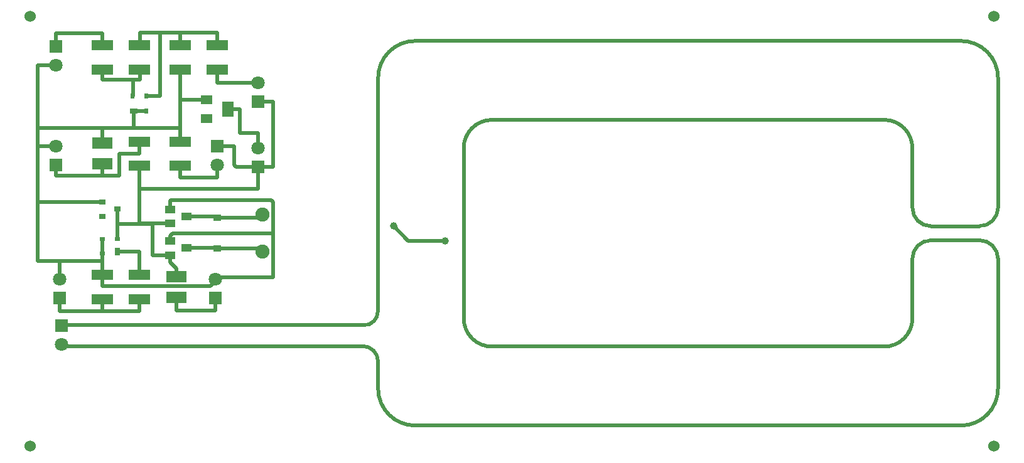
<source format=gtl>
%FSLAX43Y43*%
%MOMM*%
G71*
G01*
G75*
G04 Layer_Physical_Order=1*
G04 Layer_Color=255*
%ADD10C,0.500*%
%ADD11R,2.700X1.600*%
%ADD12R,1.000X0.850*%
%ADD13R,1.400X1.000*%
%ADD14R,0.900X0.800*%
%ADD15R,2.950X1.450*%
%ADD16R,1.600X1.300*%
%ADD17R,1.600X2.000*%
%ADD18R,1.000X0.700*%
%ADD19R,0.600X0.700*%
%ADD20R,0.700X0.600*%
%ADD21R,0.700X1.000*%
%ADD22C,1.524*%
%ADD23C,1.800*%
%ADD24R,1.800X1.800*%
%ADD25C,1.900*%
%ADD26C,1.000*%
D10*
X90036Y43336D02*
G03*
X91912Y45213I0J1876D01*
G01*
X96937Y81709D02*
G03*
X91937Y76709I0J-5000D01*
G01*
Y38437D02*
G03*
X89845Y40529I-2092J0D01*
G01*
X91937Y34809D02*
G03*
X96937Y29809I5000J0D01*
G01*
X170537Y29809D02*
G03*
X175537Y34809I0J5000D01*
G01*
Y52309D02*
G03*
X173037Y54809I-2500J0D01*
G01*
X166487D02*
G03*
X163987Y52309I0J-2500D01*
G01*
X160187Y40459D02*
G03*
X163987Y44259I0J3800D01*
G01*
X103487D02*
G03*
X107287Y40459I3800J0D01*
G01*
Y71059D02*
G03*
X103487Y67259I0J-3800D01*
G01*
X163987D02*
G03*
X160187Y71059I-3800J0D01*
G01*
X163987Y59209D02*
G03*
X166487Y56709I2500J0D01*
G01*
X173037D02*
G03*
X175537Y59209I0J2500D01*
G01*
Y76709D02*
G03*
X170537Y81709I-5000J0D01*
G01*
X63900Y55400D02*
X64250Y55750D01*
X63900Y60150D02*
X64000Y60250D01*
X63900Y58950D02*
Y60150D01*
X59750Y57000D02*
X59800Y57050D01*
X63900D01*
X56750Y57000D02*
X59750D01*
Y61750D01*
X61500Y52800D02*
Y57000D01*
X59750D02*
X61500D01*
Y52800D02*
X63900D01*
X54750Y48596D02*
X69346D01*
X54750D02*
Y50125D01*
Y52000D02*
Y54950D01*
X46000Y52000D02*
X54750D01*
Y50125D02*
Y52000D01*
X49000D02*
X54750D01*
X63900Y51850D02*
X64750Y51000D01*
Y49900D02*
Y51000D01*
X63900Y51850D02*
Y52800D01*
X64250Y55750D02*
X77784D01*
X63900Y54700D02*
Y55400D01*
X64000Y60250D02*
X77500D01*
X77784Y55750D02*
Y59966D01*
X77500Y60250D02*
X77784Y59966D01*
X59750Y61750D02*
X75750D01*
X59750D02*
Y64875D01*
X75750Y61750D02*
Y64750D01*
X46000Y78460D02*
X48500D01*
X46000Y52000D02*
Y78460D01*
X56750Y57250D02*
X56750Y57250D01*
X56750Y54950D02*
Y57250D01*
X59750Y50125D02*
Y53250D01*
X56750D02*
X59750D01*
X49250Y43336D02*
X90036D01*
X49250Y43250D02*
X49336Y43336D01*
X91912Y45213D02*
Y76709D01*
X49250Y40529D02*
X89845D01*
X49250Y40710D02*
X49431Y40529D01*
X91937Y34809D02*
Y38437D01*
X46105Y59950D02*
X54750D01*
X49000Y49540D02*
Y52000D01*
X46000Y70000D02*
X54750D01*
X48500Y81500D02*
Y82750D01*
X49000Y45250D02*
Y47400D01*
Y45250D02*
X54750D01*
X70000Y45300D02*
Y47000D01*
X64750Y45300D02*
X70000D01*
X64750D02*
Y47100D01*
X69346Y48596D02*
X70540Y49790D01*
X77784D01*
X46040Y67540D02*
X48500D01*
Y63500D02*
Y65300D01*
Y63500D02*
X54750D01*
X96937Y29809D02*
X170537D01*
X175537Y34809D02*
Y52309D01*
X166487Y54809D02*
X173037D01*
X163987Y44259D02*
Y52309D01*
X107287Y40459D02*
X160187D01*
X103487Y44259D02*
Y67259D01*
X107287Y71059D02*
X160187D01*
X163987Y59209D02*
Y67259D01*
X166487Y56709D02*
X173037D01*
X175537Y59209D02*
Y76709D01*
X96937Y81709D02*
X170537D01*
X94002Y56759D02*
X95986Y54759D01*
X100987D01*
X59830Y81104D02*
Y82804D01*
X58887Y74279D02*
Y76418D01*
X48500Y82750D02*
X54750D01*
Y81125D02*
Y82750D01*
Y76500D02*
Y77875D01*
Y76500D02*
X59830D01*
Y77854D01*
X64330Y77854D02*
X64750Y77434D01*
X60700Y74279D02*
X62500D01*
Y82804D01*
X64330Y81104D02*
X65229D01*
X65250Y81125D01*
Y82804D01*
X59830D02*
X70250D01*
X69330Y81104D02*
X70229D01*
X70250Y81125D01*
Y82804D01*
X59000Y70000D02*
Y72279D01*
X60700D01*
X54750Y67900D02*
Y70000D01*
X54750Y70000D01*
X59000D01*
X54750Y63500D02*
Y65100D01*
X59750Y66500D02*
Y68125D01*
X57000Y66500D02*
X59750D01*
X59000Y70000D02*
X65250D01*
X54725Y45275D02*
X54750Y45300D01*
Y46875D01*
X54725Y45275D02*
X59725D01*
X59750Y45300D01*
Y46875D01*
X75905Y57825D02*
X76330Y58250D01*
X70250Y53675D02*
X75905D01*
X76330Y53250D01*
X65250Y68125D02*
Y70000D01*
X65250Y70000D01*
X54750Y63500D02*
X57000D01*
Y66500D01*
X70250Y57825D02*
X75905D01*
X56750Y57250D02*
Y59000D01*
X66100Y53750D02*
X70175D01*
X70250Y53675D01*
X66100Y58000D02*
X70075D01*
X70250Y57825D01*
X65250Y73750D02*
X68800D01*
X65250Y70000D02*
Y73750D01*
Y77875D01*
X75750Y73500D02*
X77750D01*
X54750Y45250D02*
Y46875D01*
X75750Y64750D02*
X77750D01*
X65250Y63250D02*
Y64875D01*
Y63250D02*
X70250D01*
Y64960D01*
X72750Y64750D02*
X75750D01*
X72500Y65000D02*
X72750Y64750D01*
X72500Y65000D02*
Y67500D01*
X70250D02*
X72500D01*
X77784Y49790D02*
Y55750D01*
X70250Y76040D02*
Y77875D01*
Y76040D02*
X75750D01*
X77750Y64750D02*
Y73500D01*
X71700Y71800D02*
Y72500D01*
X73250D01*
Y69250D02*
Y72500D01*
Y69250D02*
X75750D01*
Y67290D02*
Y69250D01*
D11*
X54750Y67900D02*
D03*
Y65100D02*
D03*
X64750Y47100D02*
D03*
Y49900D02*
D03*
D12*
X70250Y53675D02*
D03*
Y57825D02*
D03*
D13*
X66100Y58000D02*
D03*
X63900Y57050D02*
D03*
Y58950D02*
D03*
X66100Y53750D02*
D03*
X63900Y52800D02*
D03*
Y54700D02*
D03*
D14*
X56750Y59000D02*
D03*
X54750Y58050D02*
D03*
Y59950D02*
D03*
D15*
X59750Y68125D02*
D03*
Y64875D02*
D03*
X70250Y81125D02*
D03*
Y77875D02*
D03*
X65250Y64875D02*
D03*
Y68125D02*
D03*
X59750Y77875D02*
D03*
Y81125D02*
D03*
X54750Y81125D02*
D03*
Y77875D02*
D03*
X65250Y81125D02*
D03*
Y77875D02*
D03*
X59750Y46875D02*
D03*
Y50125D02*
D03*
X54750Y50125D02*
D03*
Y46875D02*
D03*
D16*
X68800Y71250D02*
D03*
Y73750D02*
D03*
D17*
X71700Y72500D02*
D03*
D18*
X59000Y72279D02*
D03*
D19*
X60700D02*
D03*
X58800Y74279D02*
D03*
X60700D02*
D03*
D20*
X54750Y54950D02*
D03*
Y53050D02*
D03*
X56750Y54950D02*
D03*
D21*
Y53250D02*
D03*
D22*
X45000Y27000D02*
D03*
X175000D02*
D03*
Y85000D02*
D03*
X45000D02*
D03*
D23*
X70000Y49540D02*
D03*
X48500Y78460D02*
D03*
X49250Y40710D02*
D03*
X48500Y67540D02*
D03*
X70250Y64960D02*
D03*
X75750Y67290D02*
D03*
Y76040D02*
D03*
X49000Y49540D02*
D03*
D24*
X70000Y47000D02*
D03*
X48500Y81000D02*
D03*
X49250Y43250D02*
D03*
X48500Y65000D02*
D03*
X70250Y67500D02*
D03*
X75750Y64750D02*
D03*
Y73500D02*
D03*
X49000Y47000D02*
D03*
D25*
X76330Y58250D02*
D03*
Y53250D02*
D03*
D26*
X94002Y56759D02*
D03*
X100987Y54759D02*
D03*
M02*

</source>
